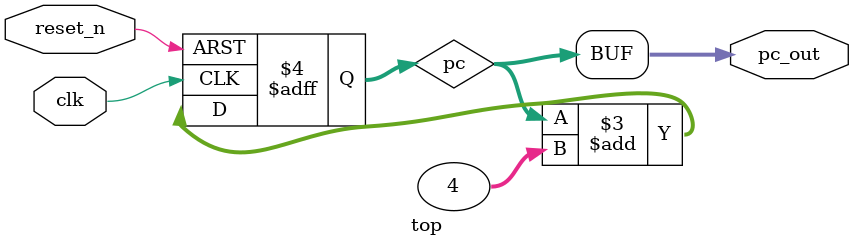
<source format=v>
`timescale 1ns/1ps
module top (
    input clk,
    input reset_n,
    output [31:0] pc_out
);
    reg [31:0] pc;
    always @(posedge clk or negedge reset_n) begin
        if (!reset_n) pc <= 0;
        else pc <= pc + 4;
    end
    assign pc_out = pc;
endmodule

</source>
